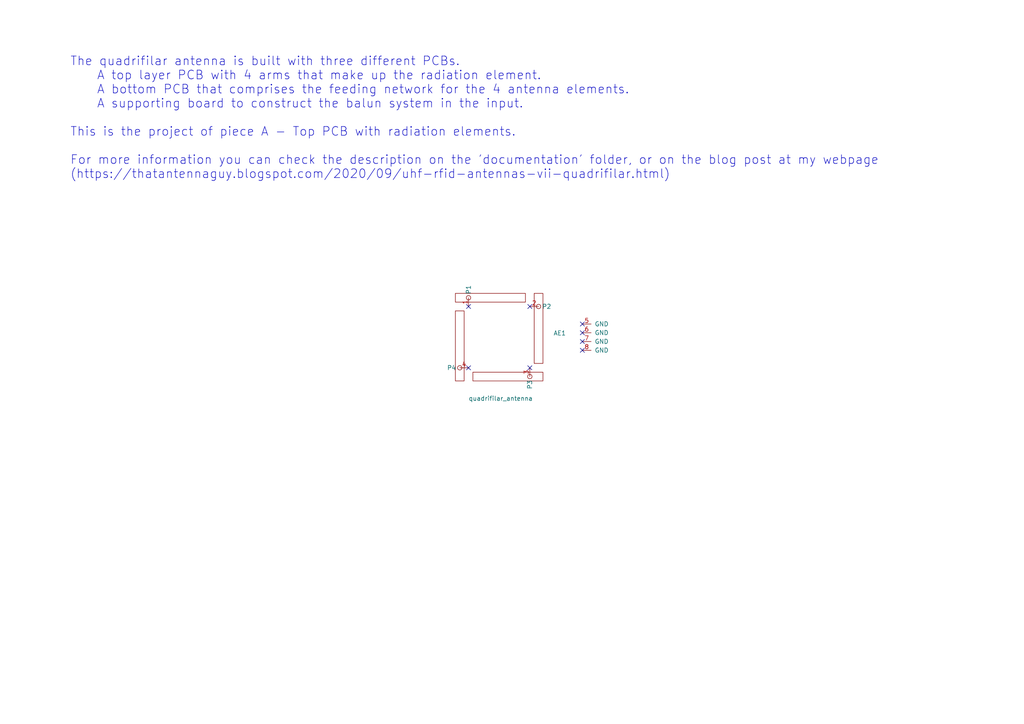
<source format=kicad_sch>
(kicad_sch (version 20211123) (generator eeschema)
  (paper "A4")
  (title_block (title "Quadrifilar antenna for UHF RFID - Part A") (rev "1.0") (company "The Antenna Guy"))
  (lib_symbols
    (symbol "Quadrifilar_antenna-rescue:quadrifilar_antenna-quadrifilar_antenna" (pin_names (offset 1.016))
      (property "Reference" "AE" (at 0 0 0))
      (property "Value" "quadrifilar_antenna-quadrifilar_antenna" (at 0 -1.27 0))
      (symbol "quadrifilar_antenna-quadrifilar_antenna_0_1"
        (rectangle (start -12.7 12.7) (end 7.62 10.16))
        (circle (center -11.43 -8.89) (radius 0.635))
        (rectangle (start -10.16 -12.7) (end -12.7 7.62))
        (circle (center -8.89 11.43) (radius 0.635))
        (circle (center 8.89 -11.43) (radius 0.635))
        (rectangle (start 10.16 12.7) (end 12.7 -7.62))
        (circle (center 11.43 8.89) (radius 0.635))
        (rectangle (start 12.7 -10.16) (end -7.62 -12.7))
      )
      (symbol "quadrifilar_antenna-quadrifilar_antenna_1_1"
        (pin passive line (at -8.89 8.89 90) (length 2.54) (name "P1") (number "1"))
        (pin passive line (at 8.89 8.89 0) (length 2.54) (name "P2") (number "2"))
        (pin passive line (at 8.89 -8.89 270) (length 2.54) (name "P3") (number "3"))
        (pin passive line (at -8.89 -8.89 180) (length 2.54) (name "P4") (number "4"))
        (pin passive line (at 24.13 3.81 0) (length 2.54) (name "GND") (number "5"))
        (pin passive line (at 24.13 1.27 0) (length 2.54) (name "GND") (number "6"))
        (pin passive line (at 24.13 -1.27 0) (length 2.54) (name "GND") (number "7"))
        (pin passive line (at 24.13 -3.81 0) (length 2.54) (name "GND") (number "8"))
      )
    )
  )
  (no_connect (at 135.89 106.68))
  (no_connect (at 168.91 96.52))
  (no_connect (at 168.91 93.98))
  (no_connect (at 168.91 99.06))
  (no_connect (at 168.91 101.6))
  (no_connect (at 153.67 88.9))
  (no_connect (at 153.67 106.68))
  (no_connect (at 135.89 88.9))
  (text "The quadrifilar antenna is built with three different PCBs.\n    A top layer PCB with 4 arms that make up the radiation element.\n    A bottom PCB that comprises the feeding network for the 4 antenna elements.\n    A supporting board to construct the balun system in the input.\n\nThis is the project of piece A - Top PCB with radiation elements.\n\nFor more information you can check the description on the 'documentation' folder, or on the blog post at my webpage \n(https://thatantennaguy.blogspot.com/2020/09/uhf-rfid-antennas-vii-quadrifilar.html)" (at 20.32 52.07 0) (effects (font (size 2.54 2.54)) (justify left bottom)))
  (symbol (lib_id "Quadrifilar_antenna-rescue:quadrifilar_antenna-quadrifilar_antenna") (at 144.78 97.79 0) (unit 1)
    (property "Reference" "AE1" (at 160.5026 96.6216 0) (effects (justify left)))
    (property "Value" "quadrifilar_antenna" (at 135.89 115.57 0) (effects (justify left)))
    (property "Footprint" "Quadrifilar_antenna:radiation_elements" (effects hide))
  )
)
</source>
